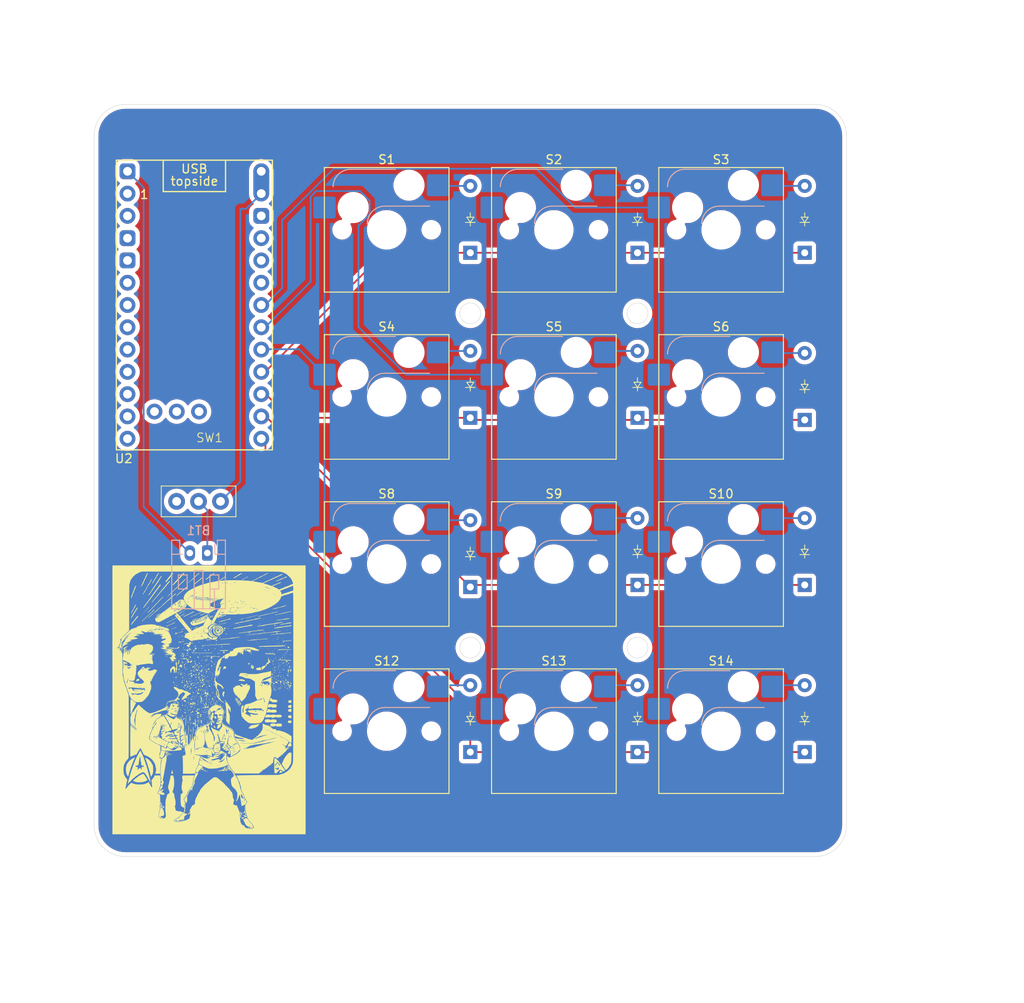
<source format=kicad_pcb>
(kicad_pcb (version 20241229) (generator "pcbnew") (generator_version "9.0")
  (layers (0 "F.Cu" signal) (2 "B.Cu" signal) (13 "F.Paste" user) (15 "B.Paste" user) (5 "F.SilkS" user "F.Silkscreen") (7 "B.SilkS" user "B.Silkscreen") (1 "F.Mask" user) (3 "B.Mask" user) (25 "Edge.Cuts" user))
  (net 0 "")
  (net 1 "Net-(BT1--)")
  (net 2 "Net-(BT1-+)")
  (net 3 "Net-(D1-A)")
  (net 4 "R0")
  (net 5 "Net-(D2-A)")
  (net 6 "Net-(D3-A)")
  (net 7 "R1")
  (net 8 "Net-(D4-A)")
  (net 9 "Net-(D5-A)")
  (net 10 "Net-(D6-A)")
  (net 11 "R2")
  (net 12 "Net-(D8-A)")
  (net 13 "Net-(D9-A)")
  (net 14 "Net-(D10-A)")
  (net 15 "R3")
  (net 16 "Net-(D12-A)")
  (net 17 "Net-(D13-A)")
  (net 18 "Net-(D14-A)")
  (net 19 "C1")
  (net 20 "C2")
  (net 21 "C0")
  (net 22 "Net-(SW1-Pad2)")
  (footprint "ScottoKeebs_Components:Diode_DO-35" (layer "F.Cu") (at 142.875 81.200625 90)
    (property "Reference" "D6" (hide yes))
    (property "Value" "Diode" (hide yes))
    (pad "1" thru_hole rect (at 0 0 90) (size 1.6 1.6) (drill 0.8) (layers "*.Cu" "*.Mask") (net 7 "R1"))
    (pad "2" thru_hole oval (at 7.62 0 90) (size 1.6 1.6) (drill 0.8) (layers "*.Cu" "*.Mask") (net 10 "Net-(D6-A)"))
  )
  (footprint "ScottoKeebs_Components:Diode_DO-35" (layer "F.Cu") (at 104.775 62.150625 90)
    (property "Reference" "D1" (hide yes))
    (property "Value" "Diode" (hide yes))
    (pad "1" thru_hole rect (at 0 0 90) (size 1.6 1.6) (drill 0.8) (layers "*.Cu" "*.Mask") (net 4 "R0"))
    (pad "2" thru_hole oval (at 7.62 0 90) (size 1.6 1.6) (drill 0.8) (layers "*.Cu" "*.Mask") (net 3 "Net-(D1-A)"))
  )
  (footprint "ScottoKeebs_Hotswap:Hotswap_MX_1.00u" (layer "F.Cu") (at 114.3 59.53125)
    (property "Reference" "S2" (at 0 -8 0) (layer "F.SilkS"))
    (property "Value" "Keyswitch")
    (pad "" np_thru_hole circle (at -5.08 0) (size 1.75 1.75) (drill 1.75) (layers "*.Cu" "*.Mask"))
    (pad "" np_thru_hole circle (at -3.81 -2.54) (size 3.05 3.05) (drill 3.05) (layers "*.Cu" "*.Mask"))
    (pad "" np_thru_hole circle (at 0 0) (size 4 4) (drill 4) (layers "*.Cu" "*.Mask"))
    (pad "" np_thru_hole circle (at 2.54 -5.08) (size 3.05 3.05) (drill 3.05) (layers "*.Cu" "*.Mask"))
    (pad "" np_thru_hole circle (at 5.08 0) (size 1.75 1.75) (drill 1.75) (layers "*.Cu" "*.Mask"))
    (pad "1" smd roundrect (at -7.085 -2.54) (size 2.55 2.5) (layers "B.Cu" "B.Mask" "B.Paste") (roundrect_rratio 0.1) (net 19 "C1"))
    (pad "2" smd roundrect (at 5.842 -5.08) (size 2.55 2.5) (layers "B.Cu" "B.Mask" "B.Paste") (roundrect_rratio 0.1) (net 5 "Net-(D2-A)"))
  )
  (footprint "ScottoKeebs_Components:Diode_DO-35" (layer "F.Cu") (at 104.775 100.250625 90)
    (property "Reference" "D8" (hide yes))
    (property "Value" "Diode" (hide yes))
    (pad "1" thru_hole rect (at 0 0 90) (size 1.6 1.6) (drill 0.8) (layers "*.Cu" "*.Mask") (net 11 "R2"))
    (pad "2" thru_hole oval (at 7.62 0 90) (size 1.6 1.6) (drill 0.8) (layers "*.Cu" "*.Mask") (net 12 "Net-(D8-A)"))
  )
  (footprint "ScottoKeebs_Hotswap:Hotswap_MX_1.00u" (layer "F.Cu") (at 114.3 78.58125)
    (property "Reference" "S5" (at 0 -8 0) (layer "F.SilkS"))
    (property "Value" "Keyswitch")
    (pad "" np_thru_hole circle (at -5.08 0) (size 1.75 1.75) (drill 1.75) (layers "*.Cu" "*.Mask"))
    (pad "" np_thru_hole circle (at -3.81 -2.54) (size 3.05 3.05) (drill 3.05) (layers "*.Cu" "*.Mask"))
    (pad "" np_thru_hole circle (at 0 0) (size 4 4) (drill 4) (layers "*.Cu" "*.Mask"))
    (pad "" np_thru_hole circle (at 2.54 -5.08) (size 3.05 3.05) (drill 3.05) (layers "*.Cu" "*.Mask"))
    (pad "" np_thru_hole circle (at 5.08 0) (size 1.75 1.75) (drill 1.75) (layers "*.Cu" "*.Mask"))
    (pad "1" smd roundrect (at -7.085 -2.54) (size 2.55 2.5) (layers "B.Cu" "B.Mask" "B.Paste") (roundrect_rratio 0.1) (net 19 "C1"))
    (pad "2" smd roundrect (at 5.842 -5.08) (size 2.55 2.5) (layers "B.Cu" "B.Mask" "B.Paste") (roundrect_rratio 0.1) (net 9 "Net-(D5-A)"))
  )
  (footprint "ScottoKeebs_Hotswap:Hotswap_MX_1.00u" (layer "F.Cu") (at 95.25 116.68125)
    (property "Reference" "S12" (at 0 -8 0) (layer "F.SilkS"))
    (property "Value" "Keyswitch")
    (pad "" np_thru_hole circle (at -5.08 0) (size 1.75 1.75) (drill 1.75) (layers "*.Cu" "*.Mask"))
    (pad "" np_thru_hole circle (at -3.81 -2.54) (size 3.05 3.05) (drill 3.05) (layers "*.Cu" "*.Mask"))
    (pad "" np_thru_hole circle (at 0 0) (size 4 4) (drill 4) (layers "*.Cu" "*.Mask"))
    (pad "" np_thru_hole circle (at 2.54 -5.08) (size 3.05 3.05) (drill 3.05) (layers "*.Cu" "*.Mask"))
    (pad "" np_thru_hole circle (at 5.08 0) (size 1.75 1.75) (drill 1.75) (layers "*.Cu" "*.Mask"))
    (pad "1" smd roundrect (at -7.085 -2.54) (size 2.55 2.5) (layers "B.Cu" "B.Mask" "B.Paste") (roundrect_rratio 0.1) (net 21 "C0"))
    (pad "2" smd roundrect (at 5.842 -5.08) (size 2.55 2.5) (layers "B.Cu" "B.Mask" "B.Paste") (roundrect_rratio 0.1) (net 16 "Net-(D12-A)"))
  )
  (footprint "ScottoKeebs_Hotswap:Hotswap_MX_1.00u" (layer "F.Cu") (at 95.25 59.53125)
    (property "Reference" "S1" (at 0 -8 0) (layer "F.SilkS"))
    (property "Value" "Keyswitch")
    (pad "" np_thru_hole circle (at -5.08 0) (size 1.75 1.75) (drill 1.75) (layers "*.Cu" "*.Mask"))
    (pad "" np_thru_hole circle (at -3.81 -2.54) (size 3.05 3.05) (drill 3.05) (layers "*.Cu" "*.Mask"))
    (pad "" np_thru_hole circle (at 0 0) (size 4 4) (drill 4) (layers "*.Cu" "*.Mask"))
    (pad "" np_thru_hole circle (at 2.54 -5.08) (size 3.05 3.05) (drill 3.05) (layers "*.Cu" "*.Mask"))
    (pad "" np_thru_hole circle (at 5.08 0) (size 1.75 1.75) (drill 1.75) (layers "*.Cu" "*.Mask"))
    (pad "1" smd roundrect (at -7.085 -2.54) (size 2.55 2.5) (layers "B.Cu" "B.Mask" "B.Paste") (roundrect_rratio 0.1) (net 21 "C0"))
    (pad "2" smd roundrect (at 5.842 -5.08) (size 2.55 2.5) (layers "B.Cu" "B.Mask" "B.Paste") (roundrect_rratio 0.1) (net 3 "Net-(D1-A)"))
  )
  (footprint "josh_custom:1test slide switch" (layer "F.Cu") (at 75.06875 83.7375)
    (property "Reference" "SW1" (at 0 -0.5 0) (layer "F.SilkS") (effects (font (thickness 0.1))))
    (property "Value" "Switch")
    (pad "1" thru_hole circle (at 1.25 6.75) (size 1.905 1.905) (drill 1) (layers "*.Cu" "*.Mask") (net 2 "Net-(BT1-+)"))
    (pad "2" thru_hole circle (at -1.25 6.75) (size 1.905 1.905) (drill 1) (layers "*.Cu" "*.Mask") (net 22 "Net-(SW1-Pad2)"))
    (pad "3" thru_hole circle (at -3.75 6.75) (size 1.905 1.905) (drill 1) (layers "*.Cu" "*.Mask"))
  )
  (footprint "ScottoKeebs_Hotswap:Hotswap_MX_1.00u" (layer "F.Cu") (at 133.35 59.53125)
    (property "Reference" "S3" (at 0 -8 0) (layer "F.SilkS"))
    (property "Value" "Keyswitch")
    (pad "" np_thru_hole circle (at -5.08 0) (size 1.75 1.75) (drill 1.75) (layers "*.Cu" "*.Mask"))
    (pad "" np_thru_hole circle (at -3.81 -2.54) (size 3.05 3.05) (drill 3.05) (layers "*.Cu" "*.Mask"))
    (pad "" np_thru_hole circle (at 0 0) (size 4 4) (drill 4) (layers "*.Cu" "*.Mask"))
    (pad "" np_thru_hole circle (at 2.54 -5.08) (size 3.05 3.05) (drill 3.05) (layers "*.Cu" "*.Mask"))
    (pad "" np_thru_hole circle (at 5.08 0) (size 1.75 1.75) (drill 1.75) (layers "*.Cu" "*.Mask"))
    (pad "1" smd roundrect (at -7.085 -2.54) (size 2.55 2.5) (layers "B.Cu" "B.Mask" "B.Paste") (roundrect_rratio 0.1) (net 20 "C2"))
    (pad "2" smd roundrect (at 5.842 -5.08) (size 2.55 2.5) (layers "B.Cu" "B.Mask" "B.Paste") (roundrect_rratio 0.1) (net 6 "Net-(D3-A)"))
  )
  (footprint "ScottoKeebs_Components:Diode_DO-35" (layer "F.Cu") (at 142.875 62.150625 90)
    (property "Reference" "D3" (hide yes))
    (property "Value" "Diode" (hide yes))
    (pad "1" thru_hole rect (at 0 0 90) (size 1.6 1.6) (drill 0.8) (layers "*.Cu" "*.Mask") (net 4 "R0"))
    (pad "2" thru_hole oval (at 7.62 0 90) (size 1.6 1.6) (drill 0.8) (layers "*.Cu" "*.Mask") (net 6 "Net-(D3-A)"))
  )
  (footprint "PCM_marbastlib-xp-promicroish:SuperMini_nRF52840_AH_USBup" (layer "F.Cu") (at 73.3425 69.37375)
    (property "Reference" "U2" (at -9.14 16.24 0) (layer "F.SilkS") (effects (justify left)))
    (property "Value" "SuperMini nRF52840")
    (fp_text user "1" (at -5.715 -13.2825 0) (layer "F.SilkS") (effects (justify bottom)))
    (fp_text user "topside" (at 0 -14.8 0) (layer "F.SilkS") (effects (justify bottom)))
    (fp_text user "USB" (at 0 -16.2 0) (layer "F.SilkS") (effects (justify bottom)))
    (pad "1" thru_hole circle (at -7.62 -13.97) (size 1.8 1.8) (drill 1) (layers "*.Cu" "B.Mask"))
    (pad "2" thru_hole circle (at -7.62 -11.43) (size 1.8 1.8) (drill 1) (layers "*.Cu" "B.Mask"))
    (pad "3" thru_hole roundrect (at -7.62 -8.89) (size 1.8 1.8) (drill 1) (layers "*.Cu" "B.Mask"))
    (pad "4" thru_hole roundrect (at -7.62 -6.35) (size 1.8 1.8) (drill 1) (layers "*.Cu" "B.Mask"))
    (pad "5" thru_hole circle (at -7.62 -3.81) (size 1.8 1.8) (drill 1) (layers "*.Cu" "B.Mask"))
    (pad "6" thru_hole circle (at -7.62 -1.27) (size 1.8 1.8) (drill 1) (layers "*.Cu" "B.Mask"))
    (pad "7" thru_hole circle (at -7.62 1.27) (size 1.8 1.8) (drill 1) (layers "*.Cu" "B.Mask"))
    (pad "8" thru_hole circle (at -7.62 3.81) (size 1.8 1.8) (drill 1) (layers "*.Cu" "B.Mask"))
    (pad "9" thru_hole circle (at -7.62 6.35) (size 1.8 1.8) (drill 1) (layers "*.Cu" "B.Mask"))
    (pad "10" thru_hole circle (at -7.62 8.89) (size 1.8 1.8) (drill 1) (layers "*.Cu" "B.Mask"))
    (pad "11" thru_hole circle (at -7.62 11.43) (size 1.8 1.8) (drill 1) (layers "*.Cu" "B.Mask"))
    (pad "12" thru_hole circle (at -7.62 13.97) (size 1.8 1.8) (drill 1) (layers "*.Cu" "B.Mask"))
    (pad "13" thru_hole oval (at 7.62 -13.97) (size 1.8 4.34) (drill 1 (offset 0 -1.27)) (layers "*.Cu" "B.Mask") (net 22 "Net-(SW1-Pad2)"))
    (pad "14" thru_hole roundrect (at 7.62 -11.43) (size 1.8 1.8) (drill 1) (layers "*.Cu" "B.Mask"))
    (pad "15" thru_hole circle (at 7.62 -8.89) (size 1.8 1.8) (drill 1) (layers "*.Cu" "B.Mask"))
    (pad "16" thru_hole circle (at 7.62 -6.35) (size 1.8 1.8) (drill 1) (layers "*.Cu" "B.Mask"))
    (pad "17" thru_hole circle (at 7.62 -3.81) (size 1.8 1.8) (drill 1) (layers "*.Cu" "B.Mask"))
    (pad "18" thru_hole circle (at 7.62 -1.27) (size 1.8 1.8) (drill 1) (layers "*.Cu" "B.Mask") (net 20 "C2"))
    (pad "19" thru_hole circle (at 7.62 1.27) (size 1.8 1.8) (drill 1) (layers "*.Cu" "B.Mask") (net 19 "C1"))
    (pad "20" thru_hole circle (at 7.62 3.81) (size 1.8 1.8) (drill 1) (layers "*.Cu" "B.Mask") (net 21 "C0"))
    (pad "21" thru_hole circle (at 7.62 6.35) (size 1.8 1.8) (drill 1) (layers "*.Cu" "B.Mask") (net 4 "R0"))
    (pad "22" thru_hole circle (at 7.62 8.89) (size 1.8 1.8) (drill 1) (layers "*.Cu" "B.Mask") (net 7 "R1"))
    (pad "23" thru_hole circle (at 7.62 11.43) (size 1.8 1.8) (drill 1) (layers "*.Cu" "B.Mask") (net 11 "R2"))
    (pad "24" thru_hole circle (at 7.62 13.97) (size 1.8 1.8) (drill 1) (layers "*.Cu" "B.Mask") (net 15 "R3"))
    (pad "25" thru_hole circle (at -4.5466 10.87628) (size 1.8 1.8) (drill 1) (layers "*.Cu" "B.Mask"))
    (pad "26" thru_hole circle (at -2.0066 10.87628) (size 1.8 1.8) (drill 1) (layers "*.Cu" "B.Mask"))
    (pad "27" thru_hole circle (at 0.5334 10.87628) (size 1.8 1.8) (drill 1) (layers "*.Cu" "B.Mask"))
    (pad "28" thru_hole roundrect (at -7.62 -16.51) (size 1.8 1.8) (drill 1) (layers "*.Cu" "B.Mask") (net 1 "Net-(BT1--)"))
    (pad "29" thru_hole circle (at 7.62 -16.51) (size 1.8 1.8) (drill 1) (layers "*.Cu" "B.Mask") (net 22 "Net-(SW1-Pad2)"))
  )
  (footprint "ScottoKeebs_Components:Diode_DO-35" (layer "F.Cu") (at 123.825 100.0125 90)
    (property "Reference" "D9" (hide yes))
    (property "Value" "Diode" (hide yes))
    (pad "1" thru_hole rect (at 0 0 90) (size 1.6 1.6) (drill 0.8) (layers "*.Cu" "*.Mask") (net 11 "R2"))
    (pad "2" thru_hole oval (at 7.62 0 90) (size 1.6 1.6) (drill 0.8) (layers "*.Cu" "*.Mask") (net 13 "Net-(D9-A)"))
  )
  (footprint "ScottoKeebs_Components:Diode_DO-35" (layer "F.Cu") (at 142.875 100.0125 90)
    (property "Reference" "D10" (hide yes))
    (property "Value" "Diode" (hide yes))
    (pad "1" thru_hole rect (at 0 0 90) (size 1.6 1.6) (drill 0.8) (layers "*.Cu" "*.Mask") (net 11 "R2"))
    (pad "2" thru_hole oval (at 7.62 0 90) (size 1.6 1.6) (drill 0.8) (layers "*.Cu" "*.Mask") (net 14 "Net-(D10-A)"))
  )
  (footprint "josh_custom:start trek test 2" (layer "F.Cu") (at 75.009375 113.109375)
    (property "Reference" "G***" (hide yes))
    (property "Value" "LOGO" (hide yes))
  )
  (footprint "ScottoKeebs_Components:Diode_DO-35" (layer "F.Cu") (at 123.825 119.0625 90)
    (property "Reference" "D13" (hide yes))
    (property "Value" "Diode" (hide yes))
    (pad "1" thru_hole rect (at 0 0 90) (size 1.6 1.6) (drill 0.8) (layers "*.Cu" "*.Mask") (net 15 "R3"))
    (pad "2" thru_hole oval (at 7.62 0 90) (size 1.6 1.6) (drill 0.8) (layers "*.Cu" "*.Mask") (net 17 "Net-(D13-A)"))
  )
  (footprint "ScottoKeebs_Components:Diode_DO-35" (layer "F.Cu") (at 123.825 62.150625 90)
    (property "Reference" "D2" (hide yes))
    (property "Value" "Diode" (hide yes))
    (pad "1" thru_hole rect (at 0 0 90) (size 1.6 1.6) (drill 0.8) (layers "*.Cu" "*.Mask") (net 4 "R0"))
    (pad "2" thru_hole oval (at 7.62 0 90) (size 1.6 1.6) (drill 0.8) (layers "*.Cu" "*.Mask") (net 5 "Net-(D2-A)"))
  )
  (footprint "ScottoKeebs_Hotswap:Hotswap_MX_1.00u" (layer "F.Cu") (at 114.3 116.68125)
    (property "Reference" "S13" (at 0 -8 0) (layer "F.SilkS"))
    (property "Value" "Keyswitch")
    (pad "" np_thru_hole circle (at -5.08 0) (size 1.75 1.75) (drill 1.75) (layers "*.Cu" "*.Mask"))
    (pad "" np_thru_hole circle (at -3.81 -2.54) (size 3.05 3.05) (drill 3.05) (layers "*.Cu" "*.Mask"))
    (pad "" np_thru_hole circle (at 0 0) (size 4 4) (drill 4) (layers "*.Cu" "*.Mask"))
    (pad "" np_thru_hole circle (at 2.54 -5.08) (size 3.05 3.05) (drill 3.05) (layers "*.Cu" "*.Mask"))
    (pad "" np_thru_hole circle (at 5.08 0) (size 1.75 1.75) (drill 1.75) (layers "*.Cu" "*.Mask"))
    (pad "1" smd roundrect (at -7.085 -2.54) (size 2.55 2.5) (layers "B.Cu" "B.Mask" "B.Paste") (roundrect_rratio 0.1) (net 19 "C1"))
    (pad "2" smd roundrect (at 5.842 -5.08) (size 2.55 2.5) (layers "B.Cu" "B.Mask" "B.Paste") (roundrect_rratio 0.1) (net 17 "Net-(D13-A)"))
  )
  (footprint "ScottoKeebs_Hotswap:Hotswap_MX_1.00u" (layer "F.Cu") (at 114.3 97.63125)
    (property "Reference" "S9" (at 0 -8 0) (layer "F.SilkS"))
    (property "Value" "Keyswitch")
    (pad "" np_thru_hole circle (at -5.08 0) (size 1.75 1.75) (drill 1.75) (layers "*.Cu" "*.Mask"))
    (pad "" np_thru_hole circle (at -3.81 -2.54) (size 3.05 3.05) (drill 3.05) (layers "*.Cu" "*.Mask"))
    (pad "" np_thru_hole circle (at 0 0) (size 4 4) (drill 4) (layers "*.Cu" "*.Mask"))
    (pad "" np_thru_hole circle (at 2.54 -5.08) (size 3.05 3.05) (drill 3.05) (layers "*.Cu" "*.Mask"))
    (pad "" np_thru_hole circle (at 5.08 0) (size 1.75 1.75) (drill 1.75) (layers "*.Cu" "*.Mask"))
    (pad "1" smd roundrect (at -7.085 -2.54) (size 2.55 2.5) (layers "B.Cu" "B.Mask" "B.Paste") (roundrect_rratio 0.1) (net 19 "C1"))
    (pad "2" smd roundrect (at 5.842 -5.08) (size 2.55 2.5) (layers "B.Cu" "B.Mask" "B.Paste") (roundrect_rratio 0.1) (net 13 "Net-(D9-A)"))
  )
  (footprint "ScottoKeebs_Components:Diode_DO-35" (layer "F.Cu") (at 123.825 80.9625 90)
    (property "Reference" "D5" (hide yes))
    (property "Value" "Diode" (hide yes))
    (pad "1" thru_hole rect (at 0 0 90) (size 1.6 1.6) (drill 0.8) (layers "*.Cu" "*.Mask") (net 7 "R1"))
    (pad "2" thru_hole oval (at 7.62 0 90) (size 1.6 1.6) (drill 0.8) (layers "*.Cu" "*.Mask") (net 9 "Net-(D5-A)"))
  )
  (footprint "ScottoKeebs_Hotswap:Hotswap_MX_1.00u" (layer "F.Cu") (at 133.35 116.68125)
    (property "Reference" "S14" (at 0 -8 0) (layer "F.SilkS"))
    (property "Value" "Keyswitch")
    (pad "" np_thru_hole circle (at -5.08 0) (size 1.75 1.75) (drill 1.75) (layers "*.Cu" "*.Mask"))
    (pad "" np_thru_hole circle (at -3.81 -2.54) (size 3.05 3.05) (drill 3.05) (layers "*.Cu" "*.Mask"))
    (pad "" np_thru_hole circle (at 0 0) (size 4 4) (drill 4) (layers "*.Cu" "*.Mask"))
    (pad "" np_thru_hole circle (at 2.54 -5.08) (size 3.05 3.05) (drill 3.05) (layers "*.Cu" "*.Mask"))
    (pad "" np_thru_hole circle (at 5.08 0) (size 1.75 1.75) (drill 1.75) (layers "*.Cu" "*.Mask"))
    (pad "1" smd roundrect (at -7.085 -2.54) (size 2.55 2.5) (layers "B.Cu" "B.Mask" "B.Paste") (roundrect_rratio 0.1) (net 20 "C2"))
    (pad "2" smd roundrect (at 5.842 -5.08) (size 2.55 2.5) (layers "B.Cu" "B.Mask" "B.Paste") (roundrect_rratio 0.1) (net 18 "Net-(D14-A)"))
  )
  (footprint "ScottoKeebs_Hotswap:Hotswap_MX_1.00u" (layer "F.Cu") (at 95.25 97.63125)
    (property "Reference" "S8" (at 0 -8 0) (layer "F.SilkS"))
    (property "Value" "Keyswitch")
    (pad "" np_thru_hole circle (at -5.08 0) (size 1.75 1.75) (drill 1.75) (layers "*.Cu" "*.Mask"))
    (pad "" np_thru_hole circle (at -3.81 -2.54) (size 3.05 3.05) (drill 3.05) (layers "*.Cu" "*.Mask"))
    (pad "" np_thru_hole circle (at 0 0) (size 4 4) (drill 4) (layers "*.Cu" "*.Mask"))
    (pad "" np_thru_hole circle (at 2.54 -5.08) (size 3.05 3.05) (drill 3.05) (layers "*.Cu" "*.Mask"))
    (pad "" np_thru_hole circle (at 5.08 0) (size 1.75 1.75) (drill 1.75) (layers "*.Cu" "*.Mask"))
    (pad "1" smd roundrect (at -7.085 -2.54) (size 2.55 2.5) (layers "B.Cu" "B.Mask" "B.Paste") (roundrect_rratio 0.1) (net 21 "C0"))
    (pad "2" smd roundrect (at 5.842 -5.08) (size 2.55 2.5) (layers "B.Cu" "B.Mask" "B.Paste") (roundrect_rratio 0.1) (net 12 "Net-(D8-A)"))
  )
  (footprint "ScottoKeebs_Components:Diode_DO-35" (layer "F.Cu") (at 142.875 119.0625 90)
    (property "Reference" "D14" (hide yes))
    (property "Value" "Diode" (hide yes))
    (pad "1" thru_hole rect (at 0 0 90) (size 1.6 1.6) (drill 0.8) (layers "*.Cu" "*.Mask") (net 15 "R3"))
    (pad "2" thru_hole oval (at 7.62 0 90) (size 1.6 1.6) (drill 0.8) (layers "*.Cu" "*.Mask") (net 18 "Net-(D14-A)"))
  )
  (footprint "ScottoKeebs_Hotswap:Hotswap_MX_1.00u" (layer "F.Cu") (at 133.35 97.63125)
    (property "Reference" "S10" (at 0 -8 0) (layer "F.SilkS"))
    (property "Value" "Keyswitch")
    (pad "" np_thru_hole circle (at -5.08 0) (size 1.75 1.75) (drill 1.75) (layers "*.Cu" "*.Mask"))
    (pad "" np_thru_hole circle (at -3.81 -2.54) (size 3.05 3.05) (drill 3.05) (layers "*.Cu" "*.Mask"))
    (pad "" np_thru_hole circle (at 0 0) (size 4 4) (drill 4) (layers "*.Cu" "*.Mask"))
    (pad "" np_thru_hole circle (at 2.54 -5.08) (size 3.05 3.05) (drill 3.05) (layers "*.Cu" "*.Mask"))
    (pad "" np_thru_hole circle (at 5.08 0) (size 1.75 1.75) (drill 1.75) (layers "*.Cu" "*.Mask"))
    (pad "1" smd roundrect (at -7.085 -2.54) (size 2.55 2.5) (layers "B.Cu" "B.Mask" "B.Paste") (roundrect_rratio 0.1) (net 20 "C2"))
    (pad "2" smd roundrect (at 5.842 -5.08) (size 2.55 2.5) (layers "B.Cu" "B.Mask" "B.Paste") (roundrect_rratio 0.1) (net 14 "Net-(D10-A)"))
  )
  (footprint "ScottoKeebs_Hotswap:Hotswap_MX_1.00u" (layer "F.Cu") (at 95.25 78.58125)
    (property "Reference" "S4" (at 0 -8 0) (layer "F.SilkS"))
    (property "Value" "Keyswitch")
    (pad "" np_thru_hole circle (at -5.08 0) (size 1.75 1.75) (drill 1.75) (layers "*.Cu" "*.Mask"))
    (pad "" np_thru_hole circle (at -3.81 -2.54) (size 3.05 3.05) (drill 3.05) (layers "*.Cu" "*.Mask"))
    (pad "" np_thru_hole circle (at 0 0) (size 4 4) (drill 4) (layers "*.Cu" "*.Mask"))
    (pad "" np_thru_hole circle (at 2.54 -5.08) (size 3.05 3.05) (drill 3.05) (layers "*.Cu" "*.Mask"))
    (pad "" np_thru_hole circle (at 5.08 0) (size 1.75 1.75) (drill 1.75) (layers "*.Cu" "*.Mask"))
    (pad "1" smd roundrect (at -7.085 -2.54) (size 2.55 2.5) (layers "B.Cu" "B.Mask" "B.Paste") (roundrect_rratio 0.1) (net 21 "C0"))
    (pad "2" smd roundrect (at 5.842 -5.08) (size 2.55 2.5) (layers "B.Cu" "B.Mask" "B.Paste") (roundrect_rratio 0.1) (net 8 "Net-(D4-A)"))
  )
  (footprint "ScottoKeebs_Components:Diode_DO-35" (layer "F.Cu") (at 104.775 119.0625 90)
    (property "Reference" "D12" (hide yes))
    (property "Value" "Diode" (hide yes))
    (pad "1" thru_hole rect (at 0 0 90) (size 1.6 1.6) (drill 0.8) (layers "*.Cu" "*.Mask") (net 15 "R3"))
    (pad "2" thru_hole oval (at 7.62 0 90) (size 1.6 1.6) (drill 0.8) (layers "*.Cu" "*.Mask") (net 16 "Net-(D12-A)"))
  )
  (footprint "ScottoKeebs_Components:Diode_DO-35" (layer "F.Cu") (at 104.775 80.9625 90)
    (property "Reference" "D4" (hide yes))
    (property "Value" "Diode" (hide yes))
    (pad "1" thru_hole rect (at 0 0 90) (size 1.6 1.6) (drill 0.8) (layers "*.Cu" "*.Mask") (net 7 "R1"))
    (pad "2" thru_hole oval (at 7.62 0 90) (size 1.6 1.6) (drill 0.8) (layers "*.Cu" "*.Mask") (net 8 "Net-(D4-A)"))
  )
  (footprint "ScottoKeebs_Hotswap:Hotswap_MX_1.00u" (layer "F.Cu") (at 133.35 78.58125)
    (property "Reference" "S6" (at 0 -8 0) (layer "F.SilkS"))
    (property "Value" "Keyswitch")
    (pad "" np_thru_hole circle (at -5.08 0) (size 1.75 1.75) (drill 1.75) (layers "*.Cu" "*.Mask"))
    (pad "" np_thru_hole circle (at -3.81 -2.54) (size 3.05 3.05) (drill 3.05) (layers "*.Cu" "*.Mask"))
    (pad "" np_thru_hole circle (at 0 0) (size 4 4) (drill 4) (layers "*.Cu" "*.Mask"))
    (pad "" np_thru_hole circle (at 2.54 -5.08) (size 3.05 3.05) (drill 3.05) (layers "*.Cu" "*.Mask"))
    (pad "" np_thru_hole circle (at 5.08 0) (size 1.75 1.75) (drill 1.75) (layers "*.Cu" "*.Mask"))
    (pad "1" smd roundrect (at -7.085 -2.54) (size 2.55 2.5) (layers "B.Cu" "B.Mask" "B.Paste") (roundrect_rratio 0.1) (net 20 "C2"))
    (pad "2" smd roundrect (at 5.842 -5.08) (size 2.55 2.5) (layers "B.Cu" "B.Mask" "B.Paste") (roundrect_rratio 0.1) (net 10 "Net-(D6-A)"))
  )
  (footprint "Connector_JST:JST_PH_S2B-PH-K_1x02_P2.00mm_Horizontal" (layer "B.Cu") (at 74.81875 96.371875 180)
    (property "Reference" "BT1" (at 1 2.55 0) (layer "B.SilkS") (effects (justify mirror)))
    (property "Value" "Battery_Cell")
    (pad "1" thru_hole roundrect (at 0 0 180) (size 1.2 1.75) (drill 0.75) (layers "*.Cu" "*.Mask") (roundrect_rratio 0.208333) (net 2 "Net-(BT1-+)"))
    (pad "2" thru_hole oval (at 2 0 180) (size 1.2 1.75) (drill 0.75) (layers "*.Cu" "*.Mask") (net 1 "Net-(BT1--)"))
  )
  (gr_arc (start 61.9125 48.815625) (mid 62.958678 46.289928) (end 65.484375 45.24375) (stroke (width 0.05)) (layer "Edge.Cuts"))
  (gr_line (start 147.6375 127.396875) (end 147.637499 48.815625) (stroke (width 0.05)) (layer "Edge.Cuts"))
  (gr_arc (start 144.065625 45.24375) (mid 146.591322 46.289928) (end 147.6375 48.815625) (stroke (width 0.05)) (layer "Edge.Cuts"))
  (gr_line (start 65.484375 45.243751) (end 144.065625 45.243751) (stroke (width 0.05)) (layer "Edge.Cuts"))
  (gr_arc (start 65.484375 130.96875) (mid 62.958678 129.922572) (end 61.9125 127.396875) (stroke (width 0.05)) (layer "Edge.Cuts"))
  (gr_line (start 65.484375 130.96875) (end 144.065625 130.96875) (stroke (width 0.05)) (layer "Edge.Cuts"))
  (gr_circle (center 123.825 107.15625) (end 122.634375 107.15625) (stroke (width 0.05)) (fill no) (layer "Edge.Cuts"))
  (gr_circle (center 104.775 107.15625) (end 105.965625 107.15625) (stroke (width 0.05)) (fill no) (layer "Edge.Cuts"))
  (gr_line (start 61.9125 48.815625) (end 61.912501 127.396875) (stroke (width 0.05)) (layer "Edge.Cuts"))
  (gr_arc (start 147.6375 127.396875) (mid 146.591322 129.922572) (end 144.065625 130.96875) (stroke (width 0.05)) (layer "Edge.Cuts"))
  (gr_circle (center 123.825 69.05625) (end 125.015625 69.05625) (stroke (width 0.05)) (fill no) (layer "Edge.Cuts"))
  (gr_circle (center 104.775 69.05625) (end 104.775 67.865625) (stroke (width 0.05)) (fill no) (layer "Edge.Cuts"))
  (segment (start 67.56145 91.114575) (end 67.56145 54.7027) (width 0.2) (layer "B.Cu") (net 1))
  (segment (start 72.81875 96.371875) (end 67.56145 91.114575) (width 0.2) (layer "B.Cu") (net 1))
  (segment (start 65.7225 52.86375) (end 67.56145 54.7027) (width 0.2) (layer "B.Cu") (net 1))
  (segment (start 73.81875 90.4875) (end 74.81875 91.4875) (width 0.2) (layer "B.Cu") (net 2))
  (segment (start 74.81875 91.4875) (end 74.81875 96.371875) (width 0.2) (layer "B.Cu") (net 2))
  (segment (start 104.775 54.530625) (end 101.171375 54.530625) (width 0.2) (layer "B.Cu") (net 3))
  (segment (start 101.171375 54.530625) (end 101.092 54.45125) (width 0.2) (layer "B.Cu") (net 3))
  (segment (start 94.974375 62.150625) (end 81.43875 75.68625) (width 0.2) (layer "F.Cu") (net 4))
  (segment (start 104.775 62.150625) (end 142.875 62.150625) (width 0.2) (layer "F.Cu") (net 4))
  (segment (start 104.775 62.150625) (end 94.974375 62.150625) (width 0.2) (layer "F.Cu") (net 4))
  (segment (start 123.745625 54.45125) (end 123.825 54.530625) (width 0.2) (layer "B.Cu") (net 5))
  (segment (start 120.142 54.45125) (end 123.745625 54.45125) (width 0.2) (layer "B.Cu") (net 5))
  (segment (start 139.303125 54.45125) (end 139.3825 54.530625) (width 0.2) (layer "B.Cu") (net 6))
  (segment (start 139.192 54.45125) (end 139.303125 54.45125) (width 0.2) (layer "B.Cu") (net 6))
  (segment (start 139.3825 54.530625) (end 142.875 54.530625) (width 0.2) (layer "B.Cu") (net 6))
  (segment (start 105.013125 81.200625) (end 104.775 80.9625) (width 0.2) (layer "F.Cu") (net 7))
  (segment (start 84.175 80.9625) (end 81.43875 78.22625) (width 0.2) (layer "F.Cu") (net 7))
  (segment (start 104.775 80.9625) (end 84.175 80.9625) (width 0.2) (layer "F.Cu") (net 7))
  (segment (start 142.875 81.200625) (end 105.013125 81.200625) (width 0.2) (layer "F.Cu") (net 7))
  (segment (start 101.25075 73.3425) (end 101.092 73.50125) (width 0.2) (layer "B.Cu") (net 8))
  (segment (start 104.775 73.3425) (end 101.25075 73.3425) (width 0.2) (layer "B.Cu") (net 8))
  (segment (start 123.825 73.3425) (end 120.30075 73.3425) (width 0.2) (layer "B.Cu") (net 9))
  (segment (start 120.30075 73.3425) (end 120.142 73.50125) (width 0.2) (layer "B.Cu") (net 9))
  (segment (start 142.875 73.580625) (end 139.271375 73.580625) (width 0.2) (layer "B.Cu") (net 10))
  (segment (start 139.271375 73.580625) (end 139.192 73.50125) (width 0.2) (layer "B.Cu") (net 10))
  (segment (start 105.013125 100.0125) (end 104.775 100.250625) (width 0.2) (layer "F.Cu") (net 11))
  (segment (start 99.804625 95.28025) (end 95.95275 95.28025) (width 0.2) (layer "F.Cu") (net 11))
  (segment (start 142.875 100.0125) (end 105.013125 100.0125) (width 0.2) (layer "F.Cu") (net 11))
  (segment (start 104.775 100.250625) (end 99.804625 95.28025) (width 0.2) (layer "F.Cu") (net 11))
  (segment (start 95.95275 95.28025) (end 81.43875 80.76625) (width 0.2) (layer "F.Cu") (net 11))
  (segment (start 101.171375 92.630625) (end 101.092 92.55125) (width 0.2) (layer "B.Cu") (net 12))
  (segment (start 104.775 92.630625) (end 101.171375 92.630625) (width 0.2) (layer "B.Cu") (net 12))
  (segment (start 120.30075 92.3925) (end 120.142 92.55125) (width 0.2) (layer "B.Cu") (net 13))
  (segment (start 123.825 92.3925) (end 120.30075 92.3925) (width 0.2) (layer "B.Cu") (net 13))
  (segment (start 139.35075 92.3925) (end 139.192 92.55125) (width 0.2) (layer "B.Cu") (net 14))
  (segment (start 142.875 92.3925) (end 139.35075 92.3925) (width 0.2) (layer "B.Cu") (net 14))
  (segment (start 104.775 119.0625) (end 104.775 113.970076) (width 0.2) (layer "F.Cu") (net 15))
  (segment (start 81.43875 90.633826) (end 81.43875 83.30625) (width 0.2) (layer "F.Cu") (net 15))
  (segment (start 104.775 113.970076) (end 81.43875 90.633826) (width 0.2) (layer "F.Cu") (net 15))
  (segment (start 142.875 119.0625) (end 104.775 119.0625) (width 0.2) (layer "F.Cu") (net 15))
  (segment (start 104.775 111.4425) (end 101.25075 111.4425) (width 0.2) (layer "B.Cu") (net 16))
  (segment (start 101.25075 111.4425) (end 101.092 111.60125) (width 0.2) (layer "B.Cu") (net 16))
  (segment (start 123.825 111.4425) (end 120.30075 111.4425) (width 0.2) (layer "B.Cu") (net 17))
  (segment (start 120.30075 111.4425) (end 120.142 111.60125) (width 0.2) (layer "B.Cu") (net 17))
  (segment (start 142.875 111.4425) (end 139.35075 111.4425) (width 0.2) (layer "B.Cu") (net 18))
  (segment (start 139.35075 111.4425) (end 139.192 111.60125) (width 0.2) (layer "B.Cu") (net 18))
  (segment (start 107.215 56.99125) (end 107.215 114.14125) (width 0.2) (layer "B.Cu") (net 19))
  (segment (start 92.0375 70.60625) (end 97.4725 76.04125) (width 0.2) (layer "B.Cu") (net 19))
  (segment (start 81.43875 70.60625) (end 86.589 65.456) (width 0.2) (layer "B.Cu") (net 19))
  (segment (start 97.4725 76.04125) (end 107.215 76.04125) (width 0.2) (layer "B.Cu") (net 19))
  (segment (start 92.217065 55.11525) (end 93.316 56.214185) (width 0.2) (layer "B.Cu") (net 19))
  (segment (start 86.589 65.456) (end 86.589 55.75609) (width 0.2) (layer "B.Cu") (net 19))
  (segment (start 93.316 56.214185) (end 93.316 57.768315) (width 0.2) (layer "B.Cu") (net 19))
  (segment (start 93.316 57.768315) (end 92.0375 59.046815) (width 0.2) (layer "B.Cu") (net 19))
  (segment (start 86.589 55.75609) (end 87.22984 55.11525) (width 0.2) (layer "B.Cu") (net 19))
  (segment (start 87.22984 55.11525) (end 92.217065 55.11525) (width 0.2) (layer "B.Cu") (net 19))
  (segment (start 92.0375 59.046815) (end 92.0375 70.60625) (width 0.2) (layer "B.Cu") (net 19))
  (segment (start 126.265 114.14125) (end 126.265 56.99125) (width 0.2) (layer "B.Cu") (net 20))
  (segment (start 116.726935 56.99125) (end 126.265 56.99125) (width 0.2) (layer "B.Cu") (net 20))
  (segment (start 112.310935 52.57525) (end 116.726935 56.99125) (width 0.2) (layer "B.Cu") (net 20))
  (segment (start 89.20274 52.57525) (end 112.310935 52.57525) (width 0.2) (layer "B.Cu") (net 20))
  (segment (start 81.43875 68.06625) (end 83.34375 66.16125) (width 0.2) (layer "B.Cu") (net 20))
  (segment (start 83.34375 66.16125) (end 83.34375 58.43424) (width 0.2) (layer "B.Cu") (net 20))
  (segment (start 83.34375 58.43424) (end 89.20274 52.57525) (width 0.2) (layer "B.Cu") (net 20))
  (segment (start 85.27 73.14625) (end 88.165 76.04125) (width 0.2) (layer "B.Cu") (net 21))
  (segment (start 81.43875 73.14625) (end 85.27 73.14625) (width 0.2) (layer "B.Cu") (net 21))
  (segment (start 88.165 56.99125) (end 88.165 114.14125) (width 0.2) (layer "B.Cu") (net 21))
  (segment (start 78.58125 88.225) (end 78.58125 57.15) (width 0.2) (layer "B.Cu") (net 22))
  (segment (start 78.58125 57.15) (end 79.21625 57.15) (width 0.2) (layer "B.Cu") (net 22))
  (segment (start 79.21625 57.15) (end 80.9625 55.40375) (width 0.2) (layer "B.Cu") (net 22))
  (segment (start 76.31875 90.4875) (end 78.58125 88.225) (width 0.2) (layer "B.Cu") (net 22))
  (zone (net 0) (net_name "") (layers "F.Cu" "B.Cu") (connect_pads (clearance 0.5)) (min_thickness 0.25) (fill yes (thermal_gap 0.5) (thermal_bridge_width 0.5) (island_removal_mode 1) (island_area_min 10))
    (polygon (pts (xy 55.959375 33.3375) (xy 167.878125 34.528125) (xy 160.734375 141.684375) (xy 51.196875 147.6375)))
  )
)
</source>
